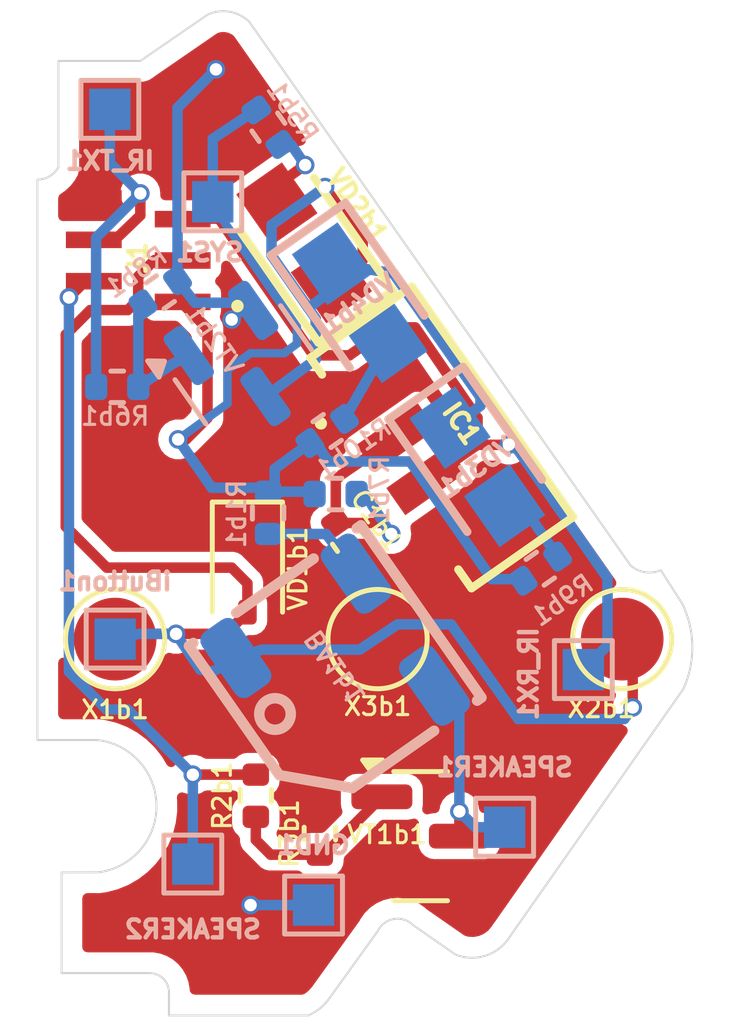
<source format=kicad_pcb>
(kicad_pcb (version 20240108) (generator "pcbnew") (generator_version "8.0")
  (layers (0 "F.Cu" signal) (31 "B.Cu" signal) (34 "B.Paste" user) (35 "F.Paste" user) (36 "B.SilkS" user "B.Silkscreen") (37 "F.SilkS" user "F.Silkscreen") (38 "B.Mask" user) (39 "F.Mask" user) (44 "Edge.Cuts" user))
  (net 0 "")
  (net 1 "Net-(BA1b1-+)")
  (net 2 "Net-(BA1b1--)")
  (net 3 "/iButton")
  (net 4 "GND")
  (net 5 "Net-(IC1-VS)")
  (net 6 "/IR_RX")
  (net 7 "/IR_TX")
  (net 8 "SYS")
  (net 9 "/SPEAKER")
  (net 10 "Net-(VT1b1-G)")
  (net 11 "Net-(VD2b1-A)")
  (net 12 "Net-(VT2b1-G)")
  (net 13 "Net-(VD3b1-A)")
  (net 14 "Net-(VD4b1-A)")
  (net 15 "Net-(VD2b1-K)")
  (footprint "TestPoint:TestPoint_Pad_D2.0mm" (layer "F.Cu") (at 160.1216 100.7618)
    (property "Reference" "X1b1" (at 0 1.7038 0) (layer "F.SilkS") (effects (font (size 0.4318 0.4318) (thickness 0.0762))))
    (property "Value" "PG-2.5-9.5-SM")
    (fp_circle (center 0 0) (end 0 1.2) (stroke (width 0.12)) (fill none) (layer "F.SilkS"))
    (pad "1" smd circle (at 0 0) (size 2 2) (layers "F.Cu" "F.Mask") (net 3 "/iButton"))
  )
  (footprint "TestPoint:TestPoint_Pad_D2.0mm" (layer "F.Cu") (at 172.3898 100.7618)
    (property "Reference" "X2b1" (at -0.508 1.6784 0) (layer "F.SilkS") (effects (font (size 0.4318 0.4318) (thickness 0.0762))))
    (property "Value" "PG-2.5-8.0-SM")
    (fp_circle (center 0 0) (end 0 1.2) (stroke (width 0.12)) (fill none) (layer "F.SilkS"))
    (pad "1" smd circle (at 0 0) (size 2 2) (layers "F.Cu" "F.Mask") (net 3 "/iButton"))
  )
  (footprint "SamacSys_Parts:LEDC3012X261N" (layer "F.Cu") (at 164.6936 91.186 125)
    (property "Reference" "VD2b1" (at -0.014785 1.571039 125) (layer "F.SilkS") (effects (font (size 0.4318 0.4318) (thickness 0.254))))
    (property "Value" "VSMY14940" (hide yes))
    (fp_line (start 1.15 -1.1) (end -2.175 -1.1) (stroke (width 0.2)) (layer "F.SilkS"))
    (fp_line (start -2.175 -1.1) (end -2.175 1.1) (stroke (width 0.2)) (layer "F.SilkS"))
    (fp_line (start -2.175 1.1) (end 1.15 1.1) (stroke (width 0.2)) (layer "F.SilkS"))
    (pad "1" smd rect (at -1.15 0 215) (size 1.35 1.5) (layers "F.Cu" "F.Paste" "F.Mask") (net 15 "Net-(VD2b1-K)"))
    (pad "2" smd rect (at 1.15 0 215) (size 1.35 1.5) (layers "F.Cu" "F.Paste" "F.Mask") (net 11 "Net-(VD2b1-A)"))
  )
  (footprint "Diode_SMD:D_SOD-323" (layer "F.Cu") (at 163.322 99.06 -90)
    (property "Reference" "VD1b1" (at 0 -1.2192 90) (layer "F.SilkS") (effects (font (size 0.4318 0.4318) (thickness 0.0762))))
    (property "Value" "SD05_SOD323")
    (fp_line (start -1.61 0.85) (end 1.05 0.85) (stroke (width 0.12)) (layer "F.SilkS"))
    (fp_line (start -1.61 -0.85) (end -1.61 0.85) (stroke (width 0.12)) (layer "F.SilkS"))
    (fp_line (start -1.61 -0.85) (end 1.05 -0.85) (stroke (width 0.12)) (layer "F.SilkS"))
    (pad "1" smd roundrect (at -1.05 0 270) (size 0.6 0.45) (layers "F.Cu" "F.Paste" "F.Mask") (net 4 "GND"))
    (pad "2" smd roundrect (at 1.05 0 270) (size 0.6 0.45) (layers "F.Cu" "F.Paste" "F.Mask") (net 3 "/iButton"))
  )
  (footprint "Resistor_SMD:R_0402_1005Metric" (layer "F.Cu") (at 165.0746 105.4608 90)
    (property "Reference" "R3b1" (at 0 -0.7366 90) (layer "F.SilkS") (effects (font (size 0.4318 0.4318) (thickness 0.0762))))
    (property "Value" "10k")
    (fp_line (start -0.153641 -0.38) (end 0.153641 -0.38) (stroke (width 0.12)) (layer "F.SilkS"))
    (fp_line (start -0.153641 0.38) (end 0.153641 0.38) (stroke (width 0.12)) (layer "F.SilkS"))
    (pad "1" smd roundrect (at -0.51 0 90) (size 0.54 0.64) (layers "F.Cu" "F.Paste" "F.Mask") (net 10 "Net-(VT1b1-G)"))
    (pad "2" smd roundrect (at 0.51 0 90) (size 0.54 0.64) (layers "F.Cu" "F.Paste" "F.Mask") (net 4 "GND"))
  )
  (footprint "Capacitor_SMD:C_0402_1005Metric" (layer "F.Cu") (at 165.735 98.3488 -55)
    (property "Reference" "C1b1" (at 0.033411 -0.84482 125) (layer "F.SilkS") (effects (font (size 0.4318 0.4318) (thickness 0.0762))))
    (property "Value" "100nF")
    (fp_line (start -0.107836 0.36) (end 0.107836 0.360001) (stroke (width 0.12)) (layer "F.SilkS"))
    (fp_line (start -0.107836 -0.360001) (end 0.107836 -0.36) (stroke (width 0.12)) (layer "F.SilkS"))
    (pad "1" smd roundrect (at -0.48 0 305) (size 0.56 0.62) (layers "F.Cu" "F.Paste" "F.Mask") (net 5 "Net-(IC1-VS)"))
    (pad "2" smd roundrect (at 0.48 0 305) (size 0.56 0.62) (layers "F.Cu" "F.Paste" "F.Mask") (net 4 "GND"))
  )
  (footprint "SamacSys_Parts:TSOP75338TR" (layer "F.Cu") (at 168.0221 95.887866 -55)
    (property "Reference" "IC1" (at 0.003345 -0.585461 -55) (layer "F.SilkS") (effects (font (size 0.4318 0.4318) (thickness 0.254))))
    (property "Value" "TSOP75338TR" (hide yes))
    (fp_line (start -3.4 1.5) (end -3.405 -1.5) (stroke (width 0.2)) (layer "F.SilkS"))
    (fp_line (start -2 2.2) (end -2 2.2) (stroke (width 0.2)) (layer "F.SilkS"))
    (fp_line (start -2 2.2) (end -2 2.2) (stroke (width 0.2)) (layer "F.SilkS"))
    (fp_line (start -2.905 1.5) (end -3.4 1.5) (stroke (width 0.2)) (layer "F.SilkS"))
    (fp_line (start -1.905 2.200001) (end -1.905 2.200001) (stroke (width 0.2)) (layer "F.SilkS"))
    (fp_line (start -3.405 -1.5) (end 3.4 -1.5) (stroke (width 0.2)) (layer "F.SilkS"))
    (fp_line (start 3.4 1.5) (end 2.845 1.5) (stroke (width 0.2)) (layer "F.SilkS"))
    (fp_line (start 3.4 -1.5) (end 3.4 1.5) (stroke (width 0.2)) (layer "F.SilkS"))
    (fp_arc (start -2 2.2) (mid -1.952499 2.152499) (end -1.905 2.200001) (stroke (width 0.2)) (layer "F.SilkS"))
    (fp_arc (start -1.905 2.200001) (mid -1.9525 2.247499) (end -2 2.2) (stroke (width 0.2)) (layer "F.SilkS"))
    (fp_arc (start -1.905 2.200001) (mid -1.9525 2.247499) (end -2 2.2) (stroke (width 0.2)) (layer "F.SilkS"))
    (pad "1" smd rect (at -1.905 0.9 305) (size 0.8 1.8) (layers "F.Cu" "F.Paste" "F.Mask") (net 4 "GND"))
    (pad "2" smd rect (at -0.635 0.9 305) (size 0.8 1.8) (layers "F.Cu" "F.Paste" "F.Mask") (net 5 "Net-(IC1-VS)"))
    (pad "3" smd rect (at 0.635 0.9 305) (size 0.8 1.8) (layers "F.Cu" "F.Paste" "F.Mask") (net 6 "/IR_RX"))
    (pad "4" smd rect (at 1.904999 0.9 305) (size 0.8 1.8) (layers "F.Cu" "F.Paste" "F.Mask") (net 4 "GND"))
  )
  (footprint "Resistor_SMD:R_0402_1005Metric" (layer "F.Cu") (at 163.5252 104.5464 90)
    (property "Reference" "R2b1" (at 0 -0.8128 90) (layer "F.SilkS") (effects (font (size 0.4318 0.4318) (thickness 0.0762))))
    (property "Value" "150")
    (fp_line (start -0.153641 -0.38) (end 0.153641 -0.38) (stroke (width 0.12)) (layer "F.SilkS"))
    (fp_line (start -0.153641 0.38) (end 0.153641 0.38) (stroke (width 0.12)) (layer "F.SilkS"))
    (pad "1" smd roundrect (at -0.51 0 90) (size 0.54 0.64) (layers "F.Cu" "F.Paste" "F.Mask") (net 10 "Net-(VT1b1-G)"))
    (pad "2" smd roundrect (at 0.51 0 90) (size 0.54 0.64) (layers "F.Cu" "F.Paste" "F.Mask") (net 9 "/SPEAKER"))
  )
  (footprint "Package_TO_SOT_SMD:SOT-23" (layer "F.Cu") (at 167.513 105.5229)
    (property "Reference" "VT1b1" (at -0.8128 -0.0367 0) (layer "F.SilkS") (effects (font (size 0.4318 0.4318) (thickness 0.0762))))
    (property "Value" "DMN2058UW-7")
    (fp_line (start 0 -1.56) (end -0.65 -1.56) (stroke (width 0.12)) (layer "F.SilkS"))
    (fp_line (start 0 -1.56) (end 0.65 -1.56) (stroke (width 0.12)) (layer "F.SilkS"))
    (fp_line (start 0 1.56) (end -0.65 1.56) (stroke (width 0.12)) (layer "F.SilkS"))
    (fp_line (start 0 1.56) (end 0.65 1.56) (stroke (width 0.12)) (layer "F.SilkS"))
    (fp_poly (pts (xy -1.1625 -1.51) (xy -1.4025 -1.84) (xy -0.9225 -1.84) (xy -1.1625 -1.51)) (stroke (width 0.12)) (fill solid) (layer "F.SilkS"))
    (pad "1" smd roundrect (at -0.9375 -0.95) (size 1.475 0.6) (layers "F.Cu" "F.Paste" "F.Mask") (net 10 "Net-(VT1b1-G)"))
    (pad "2" smd roundrect (at -0.9375 0.95) (size 1.475 0.6) (layers "F.Cu" "F.Paste" "F.Mask") (net 4 "GND"))
    (pad "3" smd roundrect (at 0.9375 0) (size 1.475 0.6) (layers "F.Cu" "F.Paste" "F.Mask") (net 2 "Net-(BA1b1--)"))
  )
  (footprint "TestPoint:TestPoint_Pad_D2.0mm" (layer "F.Cu") (at 166.4716 100.7618)
    (property "Reference" "X3b1" (at 0 1.6276 0) (layer "F.SilkS") (effects (font (size 0.4318 0.4318) (thickness 0.0762))))
    (property "Value" "PG-3.0-10.0-SM")
    (fp_circle (center 0 0) (end 0 1.2) (stroke (width 0.12)) (fill none) (layer "F.SilkS"))
    (pad "1" smd circle (at 0 0) (size 2 2) (layers "F.Cu" "F.Mask") (net 4 "GND"))
  )
  (footprint "SamacSys_Parts:AFC11S06ICC00" (layer "F.Cu") (at 160.6804 91.3638 90)
    (property "Reference" "J1" (at -0.1898 -0.0172 90) (layer "F.SilkS") (effects (font (size 0.4318 0.4318) (thickness 0.254))))
    (property "Value" "Conn_01x06" (hide yes))
    (fp_line (start -1.3 2.4) (end -1.3 2.4) (stroke (width 0.2)) (layer "F.SilkS"))
    (fp_line (start -1.4 2.4) (end -1.4 2.4) (stroke (width 0.2)) (layer "F.SilkS"))
    (fp_line (start -1.4 2.4) (end -1.4 2.4) (stroke (width 0.2)) (layer "F.SilkS"))
    (fp_arc (start -1.3 2.4) (mid -1.35 2.45) (end -1.4 2.4) (stroke (width 0.2)) (layer "F.SilkS"))
    (fp_arc (start -1.3 2.4) (mid -1.35 2.45) (end -1.4 2.4) (stroke (width 0.2)) (layer "F.SilkS"))
    (fp_arc (start -1.4 2.4) (mid -1.35 2.35) (end -1.3 2.4) (stroke (width 0.2)) (layer "F.SilkS"))
    (pad "1" smd rect (at -1.25 1.075 90) (size 0.4 1.35) (layers "F.Cu" "F.Paste" "F.Mask") (net 8 "SYS"))
    (pad "2" smd rect (at -0.75 -1.075 90) (size 0.4 1.35) (layers "F.Cu" "F.Paste" "F.Mask") (net 9 "/SPEAKER"))
    (pad "3" smd rect (at -0.25 1.075 90) (size 0.4 1.35) (layers "F.Cu" "F.Paste" "F.Mask") (net 3 "/iButton"))
    (pad "4" smd rect (at 0.25 -1.075 90) (size 0.4 1.35) (layers "F.Cu" "F.Paste" "F.Mask") (net 7 "/IR_TX"))
    (pad "5" smd rect (at 0.75 1.075 90) (size 0.4 1.35) (layers "F.Cu" "F.Paste" "F.Mask") (net 6 "/IR_RX"))
    (pad "6" smd rect (at 1.25 -1.075 90) (size 0.4 1.35) (layers "F.Cu" "F.Paste" "F.Mask") (net 4 "GND"))
    (pad "MP1" smd rect (at -3 0 90) (size 2 2.4) (layers "F.Cu" "F.Paste" "F.Mask") (net 4 "GND"))
    (pad "MP2" smd rect (at 3 0 90) (size 2 2.4) (layers "F.Cu" "F.Paste" "F.Mask") (net 4 "GND"))
  )
  (footprint "TestPoint:TestPoint_Pad_1.0x1.0mm" (layer "B.Cu") (at 162.0012 106.1974 180)
    (property "Reference" "SPEAKER2" (at 0 -1.5768 0) (layer "B.SilkS") (effects (font (size 0.4318 0.4318)) (justify mirror)))
    (property "Value" "SPEAKER")
    (fp_line (start 0.7 0.7) (end -0.7 0.7) (stroke (width 0.12)) (layer "B.SilkS"))
    (fp_line (start 0.7 -0.7) (end 0.7 0.7) (stroke (width 0.12)) (layer "B.SilkS"))
    (fp_line (start -0.7 0.7) (end -0.7 -0.7) (stroke (width 0.12)) (layer "B.SilkS"))
    (fp_line (start -0.7 -0.7) (end 0.7 -0.7) (stroke (width 0.12)) (layer "B.SilkS"))
    (pad "1" smd rect (at 0 0 180) (size 1 1) (layers "B.Cu" "B.Mask") (net 9 "/SPEAKER"))
  )
  (footprint "SamacSys_Parts:LEDC3012X261N" (layer "B.Cu") (at 166.0398 92.6338 -55)
    (property "Reference" "VD4b1" (at 0.006238 0.035375 35) (layer "B.SilkS") (effects (font (size 0.4318 0.4318) (thickness 0.10795)) (justify mirror)))
    (property "Value" "VSMY14940" (hide yes))
    (fp_line (start -2.175 1.1) (end 1.15 1.1) (stroke (width 0.2)) (layer "B.SilkS"))
    (fp_line (start -2.175 -1.1) (end -2.175 1.1) (stroke (width 0.2)) (layer "B.SilkS"))
    (fp_line (start 1.15 -1.1) (end -2.175 -1.1) (stroke (width 0.2)) (layer "B.SilkS"))
    (pad "1" smd rect (at -1.15 0 215) (size 1.35 1.5) (layers "B.Cu" "B.Paste" "B.Mask") (net 15 "Net-(VD2b1-K)"))
    (pad "2" smd rect (at 1.15 0 215) (size 1.35 1.5) (layers "B.Cu" "B.Paste" "B.Mask") (net 14 "Net-(VD4b1-A)"))
  )
  (footprint "SamacSys_Parts:LEDC3012X261N" (layer "B.Cu") (at 168.8846 96.5962 -55)
    (property "Reference" "VD3b1" (at 0.006238 0.035375 35) (layer "B.SilkS") (effects (font (size 0.4318 0.4318) (thickness 0.10795)) (justify mirror)))
    (property "Value" "VSMY14940" (hide yes))
    (fp_line (start -2.175 1.1) (end 1.15 1.1) (stroke (width 0.2)) (layer "B.SilkS"))
    (fp_line (start -2.175 -1.1) (end -2.175 1.1) (stroke (width 0.2)) (layer "B.SilkS"))
    (fp_line (start 1.15 -1.1) (end -2.175 -1.1) (stroke (width 0.2)) (layer "B.SilkS"))
    (pad "1" smd rect (at -1.15 0 215) (size 1.35 1.5) (layers "B.Cu" "B.Paste" "B.Mask") (net 15 "Net-(VD2b1-K)"))
    (pad "2" smd rect (at 1.15 0 215) (size 1.35 1.5) (layers "B.Cu" "B.Paste" "B.Mask") (net 13 "Net-(VD3b1-A)"))
  )
  (footprint "TestPoint:TestPoint_Pad_1.0x1.0mm" (layer "B.Cu") (at 164.9222 107.188 180)
    (property "Reference" "GND1" (at 0 1.448 0) (layer "B.SilkS") (effects (font (size 0.4318 0.4318)) (justify mirror)))
    (property "Value" "GND")
    (fp_line (start 0.7 0.7) (end -0.7 0.7) (stroke (width 0.12)) (layer "B.SilkS"))
    (fp_line (start 0.7 -0.7) (end 0.7 0.7) (stroke (width 0.12)) (layer "B.SilkS"))
    (fp_line (start -0.7 0.7) (end -0.7 -0.7) (stroke (width 0.12)) (layer "B.SilkS"))
    (fp_line (start -0.7 -0.7) (end 0.7 -0.7) (stroke (width 0.12)) (layer "B.SilkS"))
    (pad "1" smd rect (at 0 0 180) (size 1 1) (layers "B.Cu" "B.Mask") (net 4 "GND"))
  )
  (footprint "Resistor_SMD:R_0402_1005Metric" (layer "B.Cu") (at 165.4556 97.2566)
    (property "Reference" "R7b1" (at 1.0668 -0.1016 -90) (layer "B.SilkS") (effects (font (size 0.4318 0.4318) (thickness 0.0762)) (justify mirror)))
    (property "Value" "10")
    (fp_line (start 0.153641 -0.38) (end -0.153641 -0.38) (stroke (width 0.12)) (layer "B.SilkS"))
    (fp_line (start 0.153641 0.38) (end -0.153641 0.38) (stroke (width 0.12)) (layer "B.SilkS"))
    (pad "1" smd roundrect (at -0.51 0) (size 0.54 0.64) (layers "B.Cu" "B.Paste" "B.Mask") (net 8 "SYS"))
    (pad "2" smd roundrect (at 0.51 0) (size 0.54 0.64) (layers "B.Cu" "B.Paste" "B.Mask") (net 5 "Net-(IC1-VS)"))
  )
  (footprint "TestPoint:TestPoint_Pad_1.0x1.0mm" (layer "B.Cu") (at 171.45 101.4984 180)
    (property "Reference" "IR_RX1" (at 1.3228 -0.1016 -90) (layer "B.SilkS") (effects (font (size 0.4318 0.4318)) (justify mirror)))
    (property "Value" "IR_RX")
    (fp_line (start 0.7 0.7) (end -0.7 0.7) (stroke (width 0.12)) (layer "B.SilkS"))
    (fp_line (start 0.7 -0.7) (end 0.7 0.7) (stroke (width 0.12)) (layer "B.SilkS"))
    (fp_line (start -0.7 0.7) (end -0.7 -0.7) (stroke (width 0.12)) (layer "B.SilkS"))
    (fp_line (start -0.7 -0.7) (end 0.7 -0.7) (stroke (width 0.12)) (layer "B.SilkS"))
    (pad "1" smd rect (at 0 0 180) (size 1 1) (layers "B.Cu" "B.Mask") (net 6 "/IR_RX"))
  )
  (footprint "TestPoint:TestPoint_Pad_1.0x1.0mm" (layer "B.Cu") (at 169.545 105.3084 180)
    (property "Reference" "SPEAKER1" (at 0 1.448 0) (layer "B.SilkS") (effects (font (size 0.4318 0.4318)) (justify mirror)))
    (property "Value" "SPEAKER1")
    (fp_line (start 0.7 0.7) (end -0.7 0.7) (stroke (width 0.12)) (layer "B.SilkS"))
    (fp_line (start 0.7 -0.7) (end 0.7 0.7) (stroke (width 0.12)) (layer "B.SilkS"))
    (fp_line (start -0.7 0.7) (end -0.7 -0.7) (stroke (width 0.12)) (layer "B.SilkS"))
    (fp_line (start -0.7 -0.7) (end 0.7 -0.7) (stroke (width 0.12)) (layer "B.SilkS"))
    (pad "1" smd rect (at 0 0 180) (size 1 1) (layers "B.Cu" "B.Mask") (net 2 "Net-(BA1b1--)"))
  )
  (footprint "Resistor_SMD:R_0402_1005Metric" (layer "B.Cu") (at 161.2138 92.3798 35)
    (property "Reference" "R8b1" (at -0.201741 -0.730406 35) (layer "B.SilkS") (effects (font (size 0.4318 0.4318) (thickness 0.0762)) (justify mirror)))
    (property "Value" "10k")
    (fp_line (start 0.153641 -0.38) (end -0.153641 -0.38) (stroke (width 0.12)) (layer "B.SilkS"))
    (fp_line (start 0.153641 0.38) (end -0.153641 0.38) (stroke (width 0.12)) (layer "B.SilkS"))
    (pad "1" smd roundrect (at -0.51 0 35) (size 0.54 0.64) (layers "B.Cu" "B.Paste" "B.Mask") (net 12 "Net-(VT2b1-G)"))
    (pad "2" smd roundrect (at 0.51 0 35) (size 0.54 0.64) (layers "B.Cu" "B.Paste" "B.Mask") (net 4 "GND"))
  )
  (footprint "Resistor_SMD:R_0402_1005Metric" (layer "B.Cu") (at 163.823005 97.710321 -90)
    (property "Reference" "R1b1" (at 0.0254 0.762 90) (layer "B.SilkS") (effects (font (size 0.4318 0.4318) (thickness 0.0762)) (justify mirror)))
    (property "Value" "22")
    (fp_line (start 0.153641 0.38) (end -0.153641 0.38) (stroke (width 0.12)) (layer "B.SilkS"))
    (fp_line (start 0.153641 -0.38) (end -0.153641 -0.38) (stroke (width 0.12)) (layer "B.SilkS"))
    (pad "1" smd roundrect (at -0.51 0 270) (size 0.54 0.64) (layers "B.Cu" "B.Paste" "B.Mask") (net 8 "SYS"))
    (pad "2" smd roundrect (at 0.51 0 270) (size 0.54 0.64) (layers "B.Cu" "B.Paste" "B.Mask") (net 1 "Net-(BA1b1-+)"))
  )
  (footprint "TestPoint:TestPoint_Pad_1.0x1.0mm" (layer "B.Cu") (at 160.1216 100.7618 180)
    (property "Reference" "iButton1" (at 0 1.395 0) (layer "B.SilkS") (effects (font (size 0.4318 0.4318)) (justify mirror)))
    (property "Value" "iButton")
    (fp_line (start 0.7 0.7) (end -0.7 0.7) (stroke (width 0.12)) (layer "B.SilkS"))
    (fp_line (start 0.7 -0.7) (end 0.7 0.7) (stroke (width 0.12)) (layer "B.SilkS"))
    (fp_line (start -0.7 0.7) (end -0.7 -0.7) (stroke (width 0.12)) (layer "B.SilkS"))
    (fp_line (start -0.7 -0.7) (end 0.7 -0.7) (stroke (width 0.12)) (layer "B.SilkS"))
    (pad "1" smd rect (at 0 0 180) (size 1 1) (layers "B.Cu" "B.Mask") (net 3 "/iButton"))
  )
  (footprint "TestPoint:TestPoint_Pad_1.0x1.0mm" (layer "B.Cu") (at 162.4838 90.1954 180)
    (property "Reference" "SYS1" (at 0.0762 -1.2212 0) (layer "B.SilkS") (effects (font (size 0.4318 0.4318)) (justify mirror)))
    (property "Value" "SYS")
    (fp_line (start 0.7 0.7) (end -0.7 0.7) (stroke (width 0.12)) (layer "B.SilkS"))
    (fp_line (start 0.7 -0.7) (end 0.7 0.7) (stroke (width 0.12)) (layer "B.SilkS"))
    (fp_line (start -0.7 0.7) (end -0.7 -0.7) (stroke (width 0.12)) (layer "B.SilkS"))
    (fp_line (start -0.7 -0.7) (end 0.7 -0.7) (stroke (width 0.12)) (layer "B.SilkS"))
    (pad "1" smd rect (at 0 0 180) (size 1 1) (layers "B.Cu" "B.Mask") (net 8 "SYS"))
  )
  (footprint "Resistor_SMD:R_0402_1005Metric" (layer "B.Cu") (at 163.83 88.392 -55)
    (property "Reference" "R5b1" (at 0.022986 -0.697081 125) (layer "B.SilkS") (effects (font (size 0.4318 0.4318) (thickness 0.0762)) (justify mirror)))
    (property "Value" "39")
    (fp_line (start 0.153641 0.38) (end -0.153641 0.38) (stroke (width 0.12)) (layer "B.SilkS"))
    (fp_line (start 0.153641 -0.38) (end -0.153641 -0.38) (stroke (width 0.12)) (layer "B.SilkS"))
    (pad "1" smd roundrect (at -0.51 0 305) (size 0.54 0.64) (layers "B.Cu" "B.Paste" "B.Mask") (net 8 "SYS"))
    (pad "2" smd roundrect (at 0.51 0 305) (size 0.54 0.64) (layers "B.Cu" "B.Paste" "B.Mask") (net 11 "Net-(VD2b1-A)"))
  )
  (footprint "TestPoint:TestPoint_Pad_1.0x1.0mm" (layer "B.Cu") (at 159.9946 87.9602)
    (property "Reference" "IR_TX1" (at 0 1.2446 0) (layer "B.SilkS") (effects (font (size 0.4318 0.4318)) (justify mirror)))
    (property "Value" "IR_TX")
    (fp_line (start -0.7 -0.7) (end 0.7 -0.7) (stroke (width 0.12)) (layer "B.SilkS"))
    (fp_line (start -0.7 0.7) (end -0.7 -0.7) (stroke (width 0.12)) (layer "B.SilkS"))
    (fp_line (start 0.7 -0.7) (end 0.7 0.7) (stroke (width 0.12)) (layer "B.SilkS"))
    (fp_line (start 0.7 0.7) (end -0.7 0.7) (stroke (width 0.12)) (layer "B.SilkS"))
    (pad "1" smd rect (at 0 0) (size 1 1) (layers "B.Cu" "B.Mask") (net 7 "/IR_TX"))
  )
  (footprint "Package_TO_SOT_SMD:SOT-23" (layer "B.Cu") (at 163.2204 94.1324 -55)
    (property "Reference" "VT2b1" (at -0.907283 0.232929 125) (layer "B.SilkS") (effects (font (size 0.4318 0.4318) (thickness 0.0762)) (justify mirror)))
    (property "Value" "DMN2058UW-7")
    (fp_line (start -0.65 1.56) (end 0 1.56) (stroke (width 0.12)) (layer "B.SilkS"))
    (fp_line (start 0.65 1.56) (end 0 1.56) (stroke (width 0.12)) (layer "B.SilkS"))
    (fp_line (start -0.65 -1.56) (end 0 -1.56) (stroke (width 0.12)) (layer "B.SilkS"))
    (fp_line (start 0.65 -1.56) (end 0 -1.56) (stroke (width 0.12)) (layer "B.SilkS"))
    (fp_poly (pts (xy -1.1625 1.51) (xy -1.4025 1.84) (xy -0.9225 1.84) (xy -1.1625 1.51)) (stroke (width 0.12)) (fill solid) (layer "B.SilkS"))
    (pad "1" smd roundrect (at -0.937499 0.95 305) (size 1.475 0.6) (layers "B.Cu" "B.Paste" "B.Mask") (net 12 "Net-(VT2b1-G)"))
    (pad "2" smd roundrect (at -0.9375 -0.950001 305) (size 1.475 0.6) (layers "B.Cu" "B.Paste" "B.Mask") (net 4 "GND"))
    (pad "3" smd roundrect (at 0.9375 0 305) (size 1.475 0.6) (layers "B.Cu" "B.Paste" "B.Mask") (net 15 "Net-(VD2b1-K)"))
  )
  (footprint "Resistor_SMD:R_0402_1005Metric" (layer "B.Cu") (at 170.4086 99.06 35)
    (property "Reference" "R9b1" (at -0.00013 0.93014 35) (layer "B.SilkS") (effects (font (size 0.4318 0.4318) (thickness 0.0762)) (justify mirror)))
    (property "Value" "39")
    (fp_line (start 0.153641 -0.38) (end -0.153641 -0.38) (stroke (width 0.12)) (layer "B.SilkS"))
    (fp_line (start 0.153641 0.38) (end -0.153641 0.38) (stroke (width 0.12)) (layer "B.SilkS"))
    (pad "1" smd roundrect (at -0.51 0 35) (size 0.54 0.64) (layers "B.Cu" "B.Paste" "B.Mask") (net 8 "SYS"))
    (pad "2" smd roundrect (at 0.51 0 35) (size 0.54 0.64) (layers "B.Cu" "B.Paste" "B.Mask") (net 13 "Net-(VD3b1-A)"))
  )
  (footprint "Resistor_SMD:R_0402_1005Metric" (layer "B.Cu") (at 160.1724 94.6658)
    (property "Reference" "R6b1" (at -0.0508 0.7112 0) (layer "B.SilkS") (effects (font (size 0.4318 0.4318) (thickness 0.0762)) (justify mirror)))
    (property "Value" "150")
    (fp_line (start 0.153641 -0.38) (end -0.153641 -0.38) (stroke (width 0.12)) (layer "B.SilkS"))
    (fp_line (start 0.153641 0.38) (end -0.153641 0.38) (stroke (width 0.12)) (layer "B.SilkS"))
    (pad "1" smd roundrect (at -0.51 0) (size 0.54 0.64) (layers "B.Cu" "B.Paste" "B.Mask") (net 7 "/IR_TX"))
    (pad "2" smd roundrect (at 0.51 0) (size 0.54 0.64) (layers "B.Cu" "B.Paste" "B.Mask") (net 12 "Net-(VT2b1-G)"))
  )
  (footprint "Library:BUZ-SMD_3P-L5.0-W5.0-BL" (layer "B.Cu") (at 166.069789 98.014071 -55)
    (property "Reference" "BA1b1" (at 2.447845 2.475472 125) (layer "B.SilkS") (effects (font (size 0.4318 0.4318) (thickness 0.0762)) (justify mirror)))
    (property "Value" "SMD-5025-0340-12Ω")
    (fp_line (start 0 5.08) (end 3.81 5.08) (stroke (width 0.254)) (layer "B.SilkS"))
    (fp_line (start 0 4.953) (end 0 5.08) (stroke (width 0.254)) (layer "B.SilkS"))
    (fp_line (start 0 3.683) (end 0 1.397) (stroke (width 0.254)) (layer "B.SilkS"))
    (fp_line (start 3.81 5.08) (end 5.08 3.81) (stroke (width 0.254)) (layer "B.SilkS"))
    (fp_line (start 0 0.127) (end 0 0) (stroke (width 0.254)) (layer "B.SilkS"))
    (fp_line (start 5.08 1.397) (end 5.08 3.81) (stroke (width 0.254)) (layer "B.SilkS"))
    (fp_line (start 5.08 0.127) (end 5.08 0) (stroke (width 0.254)) (layer "B.SilkS"))
    (fp_line (start 5.08 0) (end 0 0) (stroke (width 0.254)) (layer "B.SilkS"))
    (fp_circle (center 2.54 4.318) (end 2.921 4.318) (stroke (width 0.254)) (fill none) (layer "B.SilkS"))
    (pad "1" smd roundrect (at 0.889 0.761999 305) (size 1.905 1.016) (layers "B.Cu" "B.Paste" "B.Mask") (net 1 "Net-(BA1b1-+)"))
    (pad "2" smd roundrect (at 4.191 0.762 305) (size 1.905 1.016) (layers "B.Cu" "B.Paste" "B.Mask") (net 2 "Net-(BA1b1--)"))
    (pad "3" smd roundrect (at 0.889 4.318 305) (size 1.905 1.016) (layers "B.Cu" "B.Paste" "B.Mask") (net 3 "/iButton"))
  )
  (footprint "Resistor_SMD:R_0402_1005Metric" (layer "B.Cu") (at 165.2524 95.7326 35)
    (property "Reference" "R10b1" (at 0.272491 0.717931 35) (layer "B.SilkS") (effects (font (size 0.4318 0.4318) (thickness 0.0762)) (justify mirror)))
    (property "Value" "39")
    (fp_line (start 0.153641 -0.38) (end -0.153641 -0.38) (stroke (width 0.12)) (layer "B.SilkS"))
    (fp_line (start 0.153641 0.38) (end -0.153641 0.38) (stroke (width 0.12)) (layer "B.SilkS"))
    (pad "1" smd roundrect (at -0.51 0 35) (size 0.54 0.64) (layers "B.Cu" "B.Paste" "B.Mask") (net 8 "SYS"))
    (pad "2" smd roundrect (at 0.51 0 35) (size 0.54 0.64) (layers "B.Cu" "B.Paste" "B.Mask") (net 14 "Net-(VD4b1-A)"))
  )
  (gr_line (start 158.75 86.7918) (end 158.749999 89.3572) (stroke (width 0.05)) (layer "Edge.Cuts"))
  (gr_line (start 161.423911 109.855153) (end 164.7952 109.855) (stroke (width 0.05)) (layer "Edge.Cuts"))
  (gr_arc (start 158.749999 89.3572) (mid 158.537077 89.576856) (end 158.242 89.657565) (stroke (width 0.05)) (layer "Edge.Cuts"))
  (gr_arc (start 169.655341 107.974732) (mid 169.07663 108.41329) (end 168.3512 108.381799) (stroke (width 0.05)) (layer "Edge.Cuts"))
  (gr_line (start 167.331798 107.674002) (end 168.3512 108.3818) (stroke (width 0.05)) (layer "Edge.Cuts"))
  (gr_line (start 173.323933 99.097406) (end 173.8376 99.8982) (stroke (width 0.05)) (layer "Edge.Cuts"))
  (gr_arc (start 173.837599 99.8982) (mid 174.086533 100.930367) (end 173.867387 101.969267) (stroke (width 0.05)) (layer "Edge.Cuts"))
  (gr_arc (start 166.4716 107.823) (mid 166.86306 107.525431) (end 167.331798 107.674002) (stroke (width 0.05)) (layer "Edge.Cuts"))
  (gr_line (start 165.283627 109.471591) (end 166.4716 107.823) (stroke (width 0.05)) (layer "Edge.Cuts"))
  (gr_line (start 163.372546 85.852254) (end 172.593 98.9838) (stroke (width 0.05)) (layer "Edge.Cuts"))
  (gr_arc (start 160.966815 108.832142) (mid 161.290393 108.970459) (end 161.423911 109.296047) (stroke (width 0.05)) (layer "Edge.Cuts"))
  (gr_line (start 158.8262 106.4006) (end 158.826304 108.832142) (stroke (width 0.05)) (layer "Edge.Cuts"))
  (gr_line (start 158.826304 108.832142) (end 160.966815 108.832142) (stroke (width 0.05)) (layer "Edge.Cuts"))
  (gr_arc (start 165.283627 109.471591) (mid 165.06427 109.69496) (end 164.7952 109.855) (stroke (width 0.05)) (layer "Edge.Cuts"))
  (gr_line (start 158.8262 106.4006) (end 159.714822 106.397621) (stroke (width 0.05)) (layer "Edge.Cuts"))
  (gr_line (start 161.423911 109.855153) (end 161.423911 109.296047) (stroke (width 0.05)) (layer "Edge.Cuts"))
  (gr_arc (start 173.323933 99.097406) (mid 172.942304 99.144594) (end 172.593 98.9838) (stroke (width 0.05)) (layer "Edge.Cuts"))
  (gr_line (start 158.75 86.7918) (end 160.7312 86.7918) (stroke (width 0.05)) (layer "Edge.Cuts"))
  (gr_line (start 158.242 103.2002) (end 159.6898 103.2002) (stroke (width 0.05)) (layer "Edge.Cuts"))
  (gr_line (start 169.655341 107.974732) (end 173.867387 101.969267) (stroke (width 0.05)) (layer "Edge.Cuts"))
  (gr_line (start 158.242 89.657565) (end 158.242 103.2002) (stroke (width 0.05)) (layer "Edge.Cuts"))
  (gr_arc (start 159.6898 103.2002) (mid 161.121998 104.787801) (end 159.714822 106.397621) (stroke (width 0.05)) (layer "Edge.Cuts"))
  (gr_arc (start 162.3568 85.6742) (mid 162.892792 85.602815) (end 163.372546 85.852254) (stroke (width 0.05)) (layer "Edge.Cuts"))
  (gr_line (start 160.7312 86.7918) (end 162.3568 85.6742) (stroke (width 0.05)) (layer "Edge.Cuts"))
  (segment (start 165.227 98.2218) (end 163.823005 98.220321) (width 0.254) (layer "B.Cu") (net 1))
  (segment (start 165.955505 99.179362) (end 165.227 98.2218) (width 0.254) (layer "B.Cu") (net 1))
  (segment (start 168.4505 104.9251) (end 168.4505 105.5229) (width 0.254) (layer "F.Cu") (net 2))
  (via (at 168.4505 104.9251) (size 0.45) (drill 0.3) (layers "F.Cu" "B.Cu") (net 2))
  (segment (start 168.4505 104.9251) (end 168.4505 102.485248) (width 0.254) (layer "B.Cu") (net 2))
  (segment (start 168.8338 105.3084) (end 169.545 105.3084) (width 0.254) (layer "B.Cu") (net 2))
  (segment (start 168.4505 104.9251) (end 168.8338 105.3084) (width 0.254) (layer "B.Cu") (net 2))
  (segment (start 168.4505 102.485248) (end 167.849454 101.884202) (width 0.254) (layer "B.Cu") (net 2))
  (segment (start 160.6804 91.9988) (end 160.6804 92.5576) (width 0.254) (layer "F.Cu") (net 3))
  (segment (start 161.1376 100.6348) (end 160.1216 100.7618) (width 0.254) (layer "F.Cu") (net 3))
  (segment (start 158.9278 93.4037) (end 158.9278 98.044) (width 0.254) (layer "F.Cu") (net 3))
  (segment (start 159.5199 92.8116) (end 158.9278 93.4037) (width 0.254) (layer "F.Cu") (net 3))
  (segment (start 161.5948 100.6348) (end 162.7972 100.6348) (width 0.254) (layer "F.Cu") (net 3))
  (segment (start 160.7734 100.11) (end 160.1216 100.7618) (width 0.254) (layer "F.Cu") (net 3))
  (segment (start 162.941 99.0346) (end 163.322 99.4156) (width 0.254) (layer "F.Cu") (net 3))
  (segment (start 160.6804 92.5576) (end 160.4264 92.8116) (width 0.254) (layer "F.Cu") (net 3))
  (segment (start 172.6438 102.4128) (end 172.6438 100.7618) (width 0.254) (layer "F.Cu") (net 3))
  (segment (start 159.9184 99.0346) (end 162.941 99.0346) (width 0.254) (layer "F.Cu") (net 3))
  (segment (start 161.671 91.6018) (end 161.0774 91.6018) (width 0.254) (layer "F.Cu") (net 3))
  (segment (start 162.7972 100.6348) (end 163.322 100.11) (width 0.254) (layer "F.Cu") (net 3))
  (segment (start 163.322 99.4156) (end 163.322 100.11) (width 0.254) (layer "F.Cu") (net 3))
  (segment (start 158.9278 98.044) (end 159.9184 99.0346) (width 0.254) (layer "F.Cu") (net 3))
  (segment (start 161.0774 91.6018) (end 160.6804 91.9988) (width 0.254) (layer "F.Cu") (net 3))
  (segment (start 160.4264 92.8116) (end 159.5199 92.8116) (width 0.254) (layer "F.Cu") (net 3))
  (segment (start 161.5948 100.6348) (end 161.1376 100.6348) (width 0.254) (layer "F.Cu") (net 3))
  (via (at 172.6438 102.4128) (size 0.45) (drill 0.3) (layers "F.Cu" "B.Cu") (net 3))
  (via (at 161.5948 100.6348) (size 0.45) (drill 0.3) (layers "F.Cu" "B.Cu") (net 3))
  (segment (start 166.0398 101.0158) (end 163.6776 101.0158) (width 0.254) (layer "B.Cu") (net 3))
  (segment (start 166.9542 100.4062) (end 166.0398 101.0158) (width 0.254) (layer "B.Cu") (net 3))
  (segment (start 161.5948 100.6348) (end 160.7058 100.6348) (width 0.254) (layer "B.Cu") (net 3))
  (segment (start 163.6776 101.0158) (end 163.0426 101.219) (width 0.254) (layer "B.Cu") (net 3))
  (segment (start 162.179 101.4984) (end 162.4838 101.5492) (width 0.254) (layer "B.Cu") (net 3))
  (segment (start 161.5948 100.6348) (end 162.179 101.4984) (width 0.254) (layer "B.Cu") (net 3))
  (segment (start 168.2496 100.4062) (end 166.9542 100.4062) (width 0.254) (layer "B.Cu") (net 3))
  (segment (start 160.7058 100.6348) (end 160.1216 100.7618) (width 0.254) (layer "B.Cu") (net 3))
  (segment (start 169.8752 102.6922) (end 168.2496 100.4062) (width 0.254) (layer "B.Cu") (net 3))
  (segment (start 172.4406 102.6922) (end 169.8752 102.6922) (width 0.254) (layer "B.Cu") (net 3))
  (segment (start 162.4838 101.5492) (end 163.0426 101.219) (width 0.254) (layer "B.Cu") (net 3))
  (segment (start 172.6438 102.4128) (end 172.4406 102.6922) (width 0.254) (layer "B.Cu") (net 3))
  (via (at 163.3982 107.188) (size 0.45) (drill 0.3) (layers "F.Cu" "B.Cu") (net 4))
  (via (at 162.56 86.995) (size 0.45) (drill 0.3) (layers "F.Cu" "B.Cu") (net 4))
  (via (at 162.941 93.0402) (size 0.45) (drill 0.3) (layers "F.Cu" "B.Cu") (net 4))
  (segment (start 162.052 92.6338) (end 161.631568 92.087276) (width 0.254) (layer "B.Cu") (net 4))
  (segment (start 163.460867 92.819547) (end 163.322 92.6338) (width 0.254) (layer "B.Cu") (net 4))
  (segment (start 163.460867 92.819547) (end 163.161653 92.819547) (width 0.254) (layer "B.Cu") (net 4))
  (segment (start 161.631568 87.923432) (end 161.631568 92.087276) (width 0.254) (layer "B.Cu") (net 4))
  (segment (start 163.322 92.6338) (end 162.052 92.6338) (width 0.254) (layer "B.Cu") (net 4))
  (segment (start 162.56 86.995) (end 161.631568 87.923432) (width 0.254) (layer "B.Cu") (net 4))
  (segment (start 163.3982 107.188) (end 164.9222 107.188) (width 0.254) (layer "B.Cu") (net 4))
  (segment (start 163.161653 92.819547) (end 162.941 93.0402) (width 0.254) (layer "B.Cu") (net 4))
  (segment (start 165.459683 96.925981) (end 165.597132 96.788532) (width 0.254) (layer "F.Cu") (net 5))
  (segment (start 165.459683 97.955607) (end 165.459683 96.925981) (width 0.254) (layer "F.Cu") (net 5))
  (segment (start 165.459683 97.955607) (end 166.611807 97.955607) (width 0.254) (layer "F.Cu") (net 5))
  (segment (start 166.611807 97.955607) (end 166.624 97.9678) (width 0.254) (layer "F.Cu") (net 5))
  (segment (start 166.8018 98.2218) (end 166.624 97.9678) (width 0.254) (layer "F.Cu") (net 5))
  (segment (start 166.920642 95.883923) (end 165.597132 96.788532) (width 0.254) (layer "F.Cu") (net 5))
  (via (at 166.8018 98.2218) (size 0.45) (drill 0.3) (layers "F.Cu" "B.Cu") (net 5))
  (segment (start 166.1668 97.2566) (end 166.3446 97.536) (width 0.254) (layer "B.Cu") (net 5))
  (segment (start 165.9656 97.2566) (end 166.1668 97.2566) (width 0.254) (layer "B.Cu") (net 5))
  (segment (start 166.8018 98.2218) (end 166.3446 97.536) (width 0.254) (layer "B.Cu") (net 5))
  (segment (start 165.7917 93.904828) (end 165.801964 93.894564) (width 0.254) (layer "F.Cu") (net 6))
  (segment (start 168.187309 96.386021) (end 167.649084 96.924246) (width 0.254) (layer "F.Cu") (net 6))
  (segment (start 162.6362 90.6018) (end 164.921172 93.904828) (width 0.254) (layer "F.Cu") (net 6))
  (segment (start 166.762546 93.229546) (end 167.379234 93.229546) (width 0.254) (layer "F.Cu") (net 6))
  (segment (start 168.889019 96.067219) (end 168.889019 95.413405) (width 0.254) (layer "F.Cu") (net 6))
  (segment (start 169.6466 96.0628) (end 169.642181 96.067219) (width 0.254) (layer "F.Cu") (net 6))
  (segment (start 165.801964 93.894564) (end 166.762546 93.229546) (width 0.254) (layer "F.Cu") (net 6))
  (segment (start 167.649084 96.924246) (end 168.889019 96.067219) (width 0.254) (layer "F.Cu") (net 6))
  (segment (start 164.921172 93.904828) (end 165.7917 93.904828) (width 0.254) (layer "F.Cu") (net 6))
  (segment (start 167.389544 93.239856) (end 168.0718 94.234) (width 0.254) (layer "F.Cu") (net 6))
  (segment (start 168.889019 95.413405) (end 168.868607 95.392993) (width 0.254) (layer "F.Cu") (net 6))
  (segment (start 168.868607 95.392993) (end 168.0718 94.234) (width 0.254) (layer "F.Cu") (net 6))
  (segment (start 161.671 90.6018) (end 162.6362 90.6018) (width 0.254) (layer "F.Cu") (net 6))
  (segment (start 167.379234 93.229546) (end 167.389544 93.239856) (width 0.254) (layer "F.Cu") (net 6))
  (segment (start 169.642181 96.067219) (end 168.889019 96.067219) (width 0.254) (layer "F.Cu") (net 6))
  (via (at 169.6466 96.0628) (size 0.45) (drill 0.3) (layers "F.Cu" "B.Cu") (net 6))
  (segment (start 169.6466 96.0628) (end 169.864834 96.189514) (width 0.254) (layer "B.Cu") (net 6))
  (segment (start 169.6466 96.0628) (end 169.6974 96.0628) (width 0.254) (layer "B.Cu") (net 6))
  (segment (start 172.0342 99.2886) (end 169.864834 96.189514) (width 0.254) (layer "B.Cu") (net 6))
  (segment (start 172.0342 100.9142) (end 172.0342 99.2886) (width 0.254) (layer "B.Cu") (net 6))
  (segment (start 171.45 101.4984) (end 172.0342 100.9142) (width 0.254) (layer "B.Cu") (net 6))
  (segment (start 159.6054 91.1138) (end 160.1216 91.1098) (width 0.254) (layer "F.Cu") (net 7))
  (segment (start 160.7312 89.9922) (end 160.7312 90.5256) (width 0.254) (layer "F.Cu") (net 7))
  (segment (start 160.1216 91.1098) (end 160.7312 90.5256) (width 0.254) (layer "F.Cu") (net 7))
  (via (at 160.7312 89.9922) (size 0.45) (drill 0.3) (layers "F.Cu" "B.Cu") (net 7))
  (segment (start 159.9946 89.2556) (end 159.9946 87.9602) (width 0.254) (layer "B.Cu") (net 7))
  (segment (start 160.7312 89.9922) (end 159.9946 89.2556) (width 0.254) (layer "B.Cu") (net 7))
  (segment (start 160.7312 89.9922) (end 159.6624 91.061) (width 0.254) (layer "B.Cu") (net 7))
  (segment (start 159.6624 91.061) (end 159.6624 94.6658) (width 0.254) (layer "B.Cu") (net 7))
  (segment (start 162.3568 95.4196) (end 161.8406 95.9358) (width 0.254) (layer "F.Cu") (net 8))
  (segment (start 162.3568 93.2622) (end 162.3568 95.4196) (width 0.254) (layer "F.Cu") (net 8))
  (segment (start 161.8406 95.9358) (end 161.6456 95.9358) (width 0.254) (layer "F.Cu") (net 8))
  (segment (start 161.671 92.5764) (end 162.3568 93.2622) (width 0.254) (layer "F.Cu") (net 8))
  (via (at 161.6456 95.9358) (size 0.45) (drill 0.3) (layers "F.Cu" "B.Cu") (net 8))
  (segment (start 163.9824 97.0788) (end 163.9824 96.647) (width 0.254) (layer "B.Cu") (net 8))
  (segment (start 165.2778 96.4692) (end 167.259 96.4692) (width 0.254) (layer "B.Cu") (net 8))
  (segment (start 163.9824 96.647) (end 164.834632 96.025124) (width 0.254) (layer "B.Cu") (net 8))
  (segment (start 163.6522 97.1042) (end 162.4584 97.1042) (width 0.254) (layer "B.Cu") (net 8))
  (segment (start 162.4838 90.1954) (end 162.4838 88.6714) (width 0.254) (layer "B.Cu") (net 8))
  (segment (start 168.9354 98.8822) (end 169.2402 99.314) (width 0.254) (layer "B.Cu") (net 8))
  (segment (start 162.687 90.5764) (end 164.519 93.218) (width 0.2032) (layer "B.Cu") (net 8))
  (segment (start 163.823005 97.200321) (end 163.6522 97.1042) (width 0.254) (layer "B.Cu") (net 8))
  (segment (start 167.259 96.4692) (end 168.9354 98.8822) (width 0.254) (layer "B.Cu") (net 8))
  (segment (start 161.6456 95.9358) (end 162.8394 95.0722) (width 0.2032) (layer "B.Cu") (net 8))
  (segment (start 169.8498 99.314) (end 169.2402 99.314) (width 0.254) (layer "B.Cu") (net 8))
  (segment (start 162.4584 97.1042) (end 161.6456 95.9358) (width 0.254) (layer "B.Cu") (net 8))
  (segment (start 162.4838 90.1954) (end 162.687 90.5764) (width 0.254) (layer "B.Cu") (net 8))
  (segment (start 169.990832 99.352524) (end 169.8498 99.314) (width 0.254) (layer "B.Cu") (net 8))
  (segment (start 165.0238 96.0882) (end 165.2778 96.4692) (width 0.254) (layer "B.Cu") (net 8))
  (segment (start 163.823005 97.200321) (end 164.889321 97.200321) (width 0.254) (layer "B.Cu") (net 8))
  (segment (start 163.823005 97.200321) (end 163.9824 97.0788) (width 0.254) (layer "B.Cu") (net 8))
  (segment (start 164.519 93.218) (end 164.519 93.6244) (width 0.2032) (layer "B.Cu") (net 8))
  (segment (start 163.3982 93.853) (end 162.8394 94.2594) (width 0.2032) (layer "B.Cu") (net 8))
  (segment (start 162.8394 94.2594) (end 162.8394 95.0722) (width 0.2032) (layer "B.Cu") (net 8))
  (segment (start 164.211 93.853) (end 164.519 93.6244) (width 0.2032) (layer "B.Cu") (net 8))
  (segment (start 163.3982 93.853) (end 164.211 93.853) (width 0.2032) (layer "B.Cu") (net 8))
  (segment (start 164.834632 96.025124) (end 165.0238 96.0882) (width 0.254) (layer "B.Cu") (net 8))
  (segment (start 162.4838 88.6714) (end 163.537476 87.974232) (width 0.254) (layer "B.Cu") (net 8))
  (segment (start 164.889321 97.200321) (end 164.9456 97.2566) (width 0.254) (layer "B.Cu") (net 8))
  (segment (start 162.0032 104.0364) (end 163.5252 104.0364) (width 0.254) (layer "F.Cu") (net 9))
  (segment (start 162.0012 104.0384) (end 162.0032 104.0364) (width 0.254) (layer "F.Cu") (net 9))
  (segment (start 159.004 92.5068) (end 159.4344 92.0764) (width 0.254) (layer "F.Cu") (net 9))
  (segment (start 159.4344 92.0764) (end 159.521 92.0764) (width 0.254) (layer "F.Cu") (net 9))
  (via (at 159.004 92.5068) (size 0.45) (drill 0.3) (layers "F.Cu" "B.Cu") (net 9))
  (via (at 162.0012 104.0384) (size 0.45) (drill 0.3) (layers "F.Cu" "B.Cu") (net 9))
  (segment (start 159.004 92.5068) (end 159.004 101.5492) (width 0.254) (layer "B.Cu") (net 9))
  (segment (start 159.9184 102.4636) (end 160.4264 102.4636) (width 0.254) (layer "B.Cu") (net 9))
  (segment (start 160.4264 102.4636) (end 162.0012 104.0384) (width 0.254) (layer "B.Cu") (net 9))
  (segment (start 159.004 101.5492) (end 159.9184 102.4636) (width 0.254) (layer "B.Cu") (net 9))
  (segment (start 162.0012 106.1974) (end 162.0012 104.0384) (width 0.254) (layer "B.Cu") (net 9))
  (segment (start 165.1776 105.9708) (end 166.5755 104.5729) (width 0.254) (layer "F.Cu") (net 10))
  (segment (start 163.5252 105.0564) (end 163.5252 105.6132) (width 0.254) (layer "F.Cu") (net 10))
  (segment (start 165.0746 105.9708) (end 165.1776 105.9708) (width 0.254) (layer "F.Cu") (net 10))
  (segment (start 163.5252 105.6132) (end 163.8828 105.9708) (width 0.254) (layer "F.Cu") (net 10))
  (segment (start 163.8828 105.9708) (end 165.0746 105.9708) (width 0.254) (layer "F.Cu") (net 10))
  (segment (start 164.1856 89.6874) (end 164.719 89.3064) (width 0.254) (layer "F.Cu") (net 11))
  (segment (start 164.033987 90.243975) (end 164.033987 89.991413) (width 0.254) (layer "F.Cu") (net 11))
  (segment (start 164.033987 90.243975) (end 164.1856 89.6874) (width 0.254) (layer "F.Cu") (net 11))
  (via (at 164.719 89.3064) (size 0.45) (drill 0.3) (layers "F.Cu" "B.Cu") (net 11))
  (segment (start 164.122524 88.809768) (end 164.3888 88.8238) (width 0.254) (layer "B.Cu") (net 11))
  (segment (start 164.3888 88.8238) (end 164.719 89.3064) (width 0.254) (layer "B.Cu") (net 11))
  (segment (start 161.5186 94.107) (end 161.904478 93.909343) (width 0.254) (layer "B.Cu") (net 12))
  (segment (start 160.6824 94.6658) (end 160.6824 92.785956) (width 0.254) (layer "B.Cu") (net 12))
  (segment (start 160.6824 94.6658) (end 161.5186 94.107) (width 0.254) (layer "B.Cu") (net 12))
  (segment (start 160.6824 92.785956) (end 160.796032 92.672324) (width 0.254) (layer "B.Cu") (net 12))
  (segment (start 169.595013 97.538225) (end 170.2054 97.8662) (width 0.254) (layer "B.Cu") (net 13))
  (segment (start 170.2054 97.8662) (end 170.826368 98.767476) (width 0.254) (layer "B.Cu") (net 13))
  (segment (start 166.750213 93.575825) (end 165.670168 95.440076) (width 0.254) (layer "B.Cu") (net 14))
  (segment (start 166.112237 91.164363) (end 165.2016 89.8398) (width 0.254) (layer "F.Cu") (net 15))
  (segment (start 165.353213 92.128025) (end 166.093216 91.620416) (width 0.254) (layer "F.Cu") (net 15))
  (segment (start 166.112237 91.164363) (end 166.112237 91.601395) (width 0.254) (layer "F.Cu") (net 15))
  (segment (start 166.112237 91.601395) (end 166.093216 91.620416) (width 0.254) (layer "F.Cu") (net 15))
  (via (at 165.2016 89.8398) (size 0.45) (drill 0.3) (layers "F.Cu" "B.Cu") (net 15))
  (segment (start 168.9608 95.123) (end 168.9608 94.9198) (width 0.254) (layer "B.Cu") (net 15))
  (segment (start 166.8526 91.9226) (end 165.380187 91.691775) (width 0.254) (layer "B.Cu") (net 15))
  (segment (start 163.9062 91.4908) (end 164.7952 92.7608) (width 0.254) (layer "B.Cu") (net 15))
  (segment (start 168.9608 94.9198) (end 166.8526 91.9226) (width 0.254) (layer "B.Cu") (net 15))
  (segment (start 165.380187 91.691775) (end 166.0906 91.8972) (width 0.254) (layer "B.Cu") (net 15))
  (segment (start 164.7952 92.7608) (end 164.973 93.0148) (width 0.254) (layer "B.Cu") (net 15))
  (segment (start 164.973 94.0054) (end 164.973 93.0148) (width 0.254) (layer "B.Cu") (net 15))
  (segment (start 165.2016 89.8398) (end 163.9062 90.7542) (width 0.254) (layer "B.Cu") (net 15))
  (segment (start 165.2778 92.4052) (end 164.7952 92.7608) (width 0.254) (layer "B.Cu") (net 15))
  (segment (start 163.9062 90.7542) (end 163.9062 91.4908) (width 0.254) (layer "B.Cu") (net 15))
  (segment (start 168.9608 95.123) (end 168.275787 95.654175) (width 0.254) (layer "B.Cu") (net 15))
  (segment (start 163.758128 94.900355) (end 164.973 94.0054) (width 0.254) (layer "B.Cu") (net 15))
  (segment (start 165.380187 91.691775) (end 165.2778 92.4052) (width 0.254) (layer "B.Cu") (net 15))
  (zone (net 4) (net_name "GND") (layer "F.Cu") (connect_pads yes (clearance 0.254)) (min_thickness 0.25) (fill yes (thermal_gap 0.5) (thermal_bridge_width 0.5))
    (polygon (pts (xy 162.7632 85.344) (xy 163.3474 85.8012) (xy 172.593 98.9838) (xy 173.355 99.0854) (xy 174.3456 100.7618) (xy 173.8884 101.9556) (xy 169.6212 108.077) (xy 169.1132 108.4326) (xy 168.4782 108.458) (xy 167.1066 107.5436) (xy 166.7256 107.5436) (xy 165.1762 109.601) (xy 164.846 109.8804) (xy 161.4424 109.8804) (xy 161.3408 109.0422) (xy 161.2138 108.8644) (xy 158.877 108.839) (xy 158.8516 106.426) (xy 159.9184 106.4006) (xy 160.782 105.8926) (xy 161.163 104.902) (xy 161.0106 104.0892) (xy 160.2486 103.3272) (xy 159.8168 103.251) (xy 158.1912 103.2002) (xy 158.1912 89.535) (xy 158.6992 89.3826) (xy 158.7246 86.7664) (xy 160.7566 86.7918) (xy 162.7378 85.3186)))
  )
)
</source>
